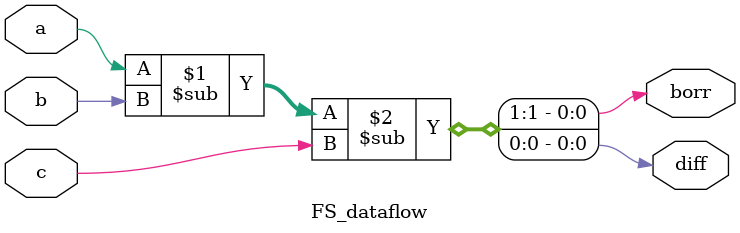
<source format=v>
`timescale 1ns / 1ps


module FS_dataflow(
    input a,
    input b,
    input c,
    output diff,
    output borr
    );
    //assign diff = a^b^c;
    //assign borr = ((~a)&b) | ((~a)&c) | (b&c);
    assign {borr, diff} = a-b-c;
endmodule

</source>
